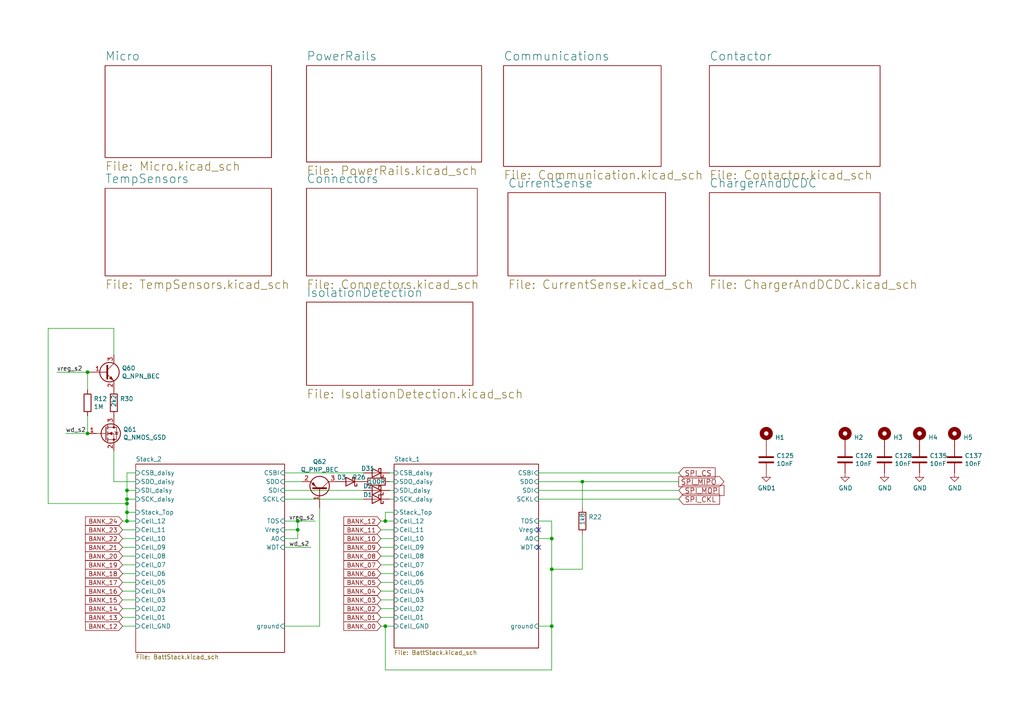
<source format=kicad_sch>
(kicad_sch (version 20211123) (generator eeschema)
  (paper "A4")
  (lib_symbols
    (symbol "Device:C" (pin_numbers hide) (pin_names (offset 0.254))
      (property "Reference" "C" (at 0.635 2.54 0))
      (property "Value" "C" (at 0.635 -2.54 0))
      (symbol "C_0_1"
        (polyline (pts (xy -2.032 -0.762) (xy 2.032 -0.762)) (stroke (width 0.508)))
        (polyline (pts (xy -2.032 0.762) (xy 2.032 0.762)) (stroke (width 0.508)))
      )
      (symbol "C_1_1"
        (pin passive line (at 0 3.81 270) (length 2.794) (name "~") (number "1"))
        (pin passive line (at 0 -3.81 90) (length 2.794) (name "~") (number "2"))
      )
    )
    (symbol "Device:D_Schottky" (pin_numbers hide) (pin_names (offset 1.016) hide)
      (property "Reference" "D" (at 0 2.54 0))
      (property "Value" "D_Schottky" (at 0 -2.54 0))
      (symbol "D_Schottky_0_1"
        (polyline (pts (xy 1.27 0) (xy -1.27 0)))
        (polyline (pts (xy 1.27 1.27) (xy 1.27 -1.27) (xy -1.27 0) (xy 1.27 1.27)) (stroke (width 0.254)))
        (polyline (pts (xy -1.905 0.635) (xy -1.905 1.27) (xy -1.27 1.27) (xy -1.27 -1.27) (xy -0.635 -1.27) (xy -0.635 -0.635)) (stroke (width 0.254)))
      )
      (symbol "D_Schottky_1_1"
        (pin passive line (at -3.81 0 0) (length 2.54) (name "K") (number "1"))
        (pin passive line (at 3.81 0 180) (length 2.54) (name "A") (number "2"))
      )
    )
    (symbol "Device:Q_NMOS_GSD" (pin_names (offset 0) hide)
      (property "Reference" "Q" (at 5.08 1.27 0))
      (property "Value" "Q_NMOS_GSD" (at 5.08 -1.27 0))
      (symbol "Q_NMOS_GSD_0_1"
        (polyline (pts (xy 0.254 0) (xy -2.54 0)))
        (polyline (pts (xy 0.254 1.905) (xy 0.254 -1.905)) (stroke (width 0.254)))
        (polyline (pts (xy 0.762 -1.27) (xy 0.762 -2.286)) (stroke (width 0.254)))
        (polyline (pts (xy 0.762 0.508) (xy 0.762 -0.508)) (stroke (width 0.254)))
        (polyline (pts (xy 0.762 2.286) (xy 0.762 1.27)) (stroke (width 0.254)))
        (polyline (pts (xy 2.54 2.54) (xy 2.54 1.778)))
        (polyline (pts (xy 2.54 -2.54) (xy 2.54 0) (xy 0.762 0)))
        (polyline (pts (xy 0.762 -1.778) (xy 3.302 -1.778) (xy 3.302 1.778) (xy 0.762 1.778)))
        (polyline (pts (xy 1.016 0) (xy 2.032 0.381) (xy 2.032 -0.381) (xy 1.016 0)) (fill (type outline)))
        (polyline (pts (xy 2.794 0.508) (xy 2.921 0.381) (xy 3.683 0.381) (xy 3.81 0.254)))
        (polyline (pts (xy 3.302 0.381) (xy 2.921 -0.254) (xy 3.683 -0.254) (xy 3.302 0.381)))
        (circle (center 1.651 0) (radius 2.794) (stroke (width 0.254)))
        (circle (center 2.54 -1.778) (radius 0.254) (fill (type outline)))
        (circle (center 2.54 1.778) (radius 0.254) (fill (type outline)))
      )
      (symbol "Q_NMOS_GSD_1_1"
        (pin input line (at -5.08 0 0) (length 2.54) (name "G") (number "1"))
        (pin passive line (at 2.54 -5.08 90) (length 2.54) (name "S") (number "2"))
        (pin passive line (at 2.54 5.08 270) (length 2.54) (name "D") (number "3"))
      )
    )
    (symbol "Device:Q_NPN_BEC" (pin_names (offset 0) hide)
      (property "Reference" "Q" (at 5.08 1.27 0))
      (property "Value" "Q_NPN_BEC" (at 5.08 -1.27 0))
      (symbol "Q_NPN_BEC_0_1"
        (polyline (pts (xy 0.635 0.635) (xy 2.54 2.54)))
        (polyline (pts (xy 0.635 -0.635) (xy 2.54 -2.54) (xy 2.54 -2.54)))
        (polyline (pts (xy 0.635 1.905) (xy 0.635 -1.905) (xy 0.635 -1.905)) (stroke (width 0.508)))
        (polyline (pts (xy 1.27 -1.778) (xy 1.778 -1.27) (xy 2.286 -2.286) (xy 1.27 -1.778) (xy 1.27 -1.778)) (fill (type outline)))
        (circle (center 1.27 0) (radius 2.8194) (stroke (width 0.254)))
      )
      (symbol "Q_NPN_BEC_1_1"
        (pin input line (at -5.08 0 0) (length 5.715) (name "B") (number "1"))
        (pin passive line (at 2.54 -5.08 90) (length 2.54) (name "E") (number "2"))
        (pin passive line (at 2.54 5.08 270) (length 2.54) (name "C") (number "3"))
      )
    )
    (symbol "Device:Q_PNP_BEC" (pin_names (offset 0) hide)
      (property "Reference" "Q" (at 5.08 1.27 0))
      (property "Value" "Q_PNP_BEC" (at 5.08 -1.27 0))
      (symbol "Q_PNP_BEC_0_1"
        (polyline (pts (xy 0.635 0.635) (xy 2.54 2.54)))
        (polyline (pts (xy 0.635 -0.635) (xy 2.54 -2.54) (xy 2.54 -2.54)))
        (polyline (pts (xy 0.635 1.905) (xy 0.635 -1.905) (xy 0.635 -1.905)) (stroke (width 0.508)))
        (polyline (pts (xy 2.286 -1.778) (xy 1.778 -2.286) (xy 1.27 -1.27) (xy 2.286 -1.778) (xy 2.286 -1.778)) (fill (type outline)))
        (circle (center 1.27 0) (radius 2.8194) (stroke (width 0.254)))
      )
      (symbol "Q_PNP_BEC_1_1"
        (pin input line (at -5.08 0 0) (length 5.715) (name "B") (number "1"))
        (pin passive line (at 2.54 -5.08 90) (length 2.54) (name "E") (number "2"))
        (pin passive line (at 2.54 5.08 270) (length 2.54) (name "C") (number "3"))
      )
    )
    (symbol "Device:R" (pin_numbers hide) (pin_names (offset 0))
      (property "Reference" "R" (at 2.032 0 90))
      (property "Value" "R" (at 0 0 90))
      (symbol "R_0_1"
        (rectangle (start -1.016 -2.54) (end 1.016 2.54) (stroke (width 0.254)))
      )
      (symbol "R_1_1"
        (pin passive line (at 0 3.81 270) (length 1.27) (name "~") (number "1"))
        (pin passive line (at 0 -3.81 90) (length 1.27) (name "~") (number "2"))
      )
    )
    (symbol "Mechanical:MountingHole_Pad" (pin_numbers hide) (pin_names (offset 1.016) hide)
      (property "Reference" "H" (at 0 6.35 0))
      (property "Value" "MountingHole_Pad" (at 0 4.445 0))
      (symbol "MountingHole_Pad_0_1"
        (circle (center 0 1.27) (radius 1.27) (stroke (width 1.27)))
      )
      (symbol "MountingHole_Pad_1_1"
        (pin input line (at 0 -2.54 90) (length 2.54) (name "1") (number "1"))
      )
    )
    (symbol "power:GND" (power) (pin_names (offset 0))
      (property "Value" "GND" (at 0 -3.81 0))
      (symbol "GND_0_1"
        (polyline (pts (xy 0 0) (xy 0 -1.27) (xy 1.27 -1.27) (xy 0 -2.54) (xy -1.27 -1.27) (xy 0 -1.27)))
      )
      (symbol "GND_1_1"
        (pin power_in line (at 0 0 270) (length 0) hide (name "GND") (number "1"))
      )
    )
    (symbol "power:GND1" (power) (pin_names (offset 0))
      (property "Value" "GND1" (at 0 -3.81 0))
      (symbol "GND1_0_1"
        (polyline (pts (xy 0 0) (xy 0 -1.27) (xy 1.27 -1.27) (xy 0 -2.54) (xy -1.27 -1.27) (xy 0 -1.27)))
      )
      (symbol "GND1_1_1"
        (pin power_in line (at 0 0 270) (length 0) hide (name "GND1") (number "1"))
      )
    )
  )
  (junction (at 160.02 165.1))
  (junction (at 36.83 144.78))
  (junction (at 36.83 148.59))
  (junction (at 36.83 142.24))
  (junction (at 111.76 151.13))
  (junction (at 25.4 125.73))
  (junction (at 36.83 146.05))
  (junction (at 86.36 153.67))
  (junction (at 168.91 139.7))
  (junction (at 25.4 107.95))
  (junction (at 86.36 151.13))
  (junction (at 111.76 181.61))
  (junction (at 160.02 156.21))
  (junction (at 36.83 151.13))
  (junction (at 160.02 181.61))
  (no_connect (at 156.21 153.67))
  (no_connect (at 156.21 158.75))
  (wire (pts (xy 82.55 156.21) (xy 86.36 156.21)))
  (wire (pts (xy 39.37 142.24) (xy 36.83 142.24)))
  (wire (pts (xy 35.56 156.21) (xy 39.37 156.21)))
  (wire (pts (xy 160.02 181.61) (xy 156.21 181.61)))
  (wire (pts (xy 25.4 107.95) (xy 16.51 107.95)))
  (wire (pts (xy 35.56 158.75) (xy 39.37 158.75)))
  (wire (pts (xy 35.56 153.67) (xy 39.37 153.67)))
  (wire (pts (xy 35.56 176.53) (xy 39.37 176.53)))
  (wire (pts (xy 156.21 137.16) (xy 196.85 137.16)))
  (wire (pts (xy 110.49 156.21) (xy 114.3 156.21)))
  (wire (pts (xy 82.55 144.78) (xy 105.41 144.78)))
  (wire (pts (xy 111.76 181.61) (xy 110.49 181.61)))
  (wire (pts (xy 168.91 154.94) (xy 168.91 165.1)))
  (wire (pts (xy 25.4 120.65) (xy 25.4 125.73)))
  (wire (pts (xy 36.83 137.16) (xy 39.37 137.16)))
  (wire (pts (xy 110.49 153.67) (xy 114.3 153.67)))
  (wire (pts (xy 36.83 148.59) (xy 36.83 151.13)))
  (wire (pts (xy 35.56 151.13) (xy 36.83 151.13)))
  (wire (pts (xy 113.03 144.78) (xy 114.3 144.78)))
  (wire (pts (xy 160.02 165.1) (xy 160.02 181.61)))
  (wire (pts (xy 36.83 151.13) (xy 39.37 151.13)))
  (wire (pts (xy 82.55 137.16) (xy 105.41 137.16)))
  (wire (pts (xy 110.49 171.45) (xy 114.3 171.45)))
  (wire (pts (xy 82.55 139.7) (xy 87.63 139.7)))
  (wire (pts (xy 35.56 163.83) (xy 39.37 163.83)))
  (wire (pts (xy 35.56 173.99) (xy 39.37 173.99)))
  (wire (pts (xy 156.21 142.24) (xy 196.85 142.24)))
  (wire (pts (xy 110.49 176.53) (xy 114.3 176.53)))
  (wire (pts (xy 35.56 171.45) (xy 39.37 171.45)))
  (wire (pts (xy 25.4 113.03) (xy 25.4 107.95)))
  (wire (pts (xy 36.83 146.05) (xy 36.83 148.59)))
  (wire (pts (xy 111.76 194.31) (xy 111.76 181.61)))
  (wire (pts (xy 156.21 144.78) (xy 196.85 144.78)))
  (wire (pts (xy 113.03 137.16) (xy 114.3 137.16)))
  (wire (pts (xy 110.49 179.07) (xy 114.3 179.07)))
  (wire (pts (xy 82.55 142.24) (xy 105.41 142.24)))
  (wire (pts (xy 160.02 156.21) (xy 160.02 151.13)))
  (wire (pts (xy 36.83 144.78) (xy 36.83 146.05)))
  (wire (pts (xy 39.37 148.59) (xy 36.83 148.59)))
  (wire (pts (xy 160.02 181.61) (xy 160.02 194.31)))
  (wire (pts (xy 33.02 95.25) (xy 33.02 102.87)))
  (wire (pts (xy 114.3 139.7) (xy 113.03 139.7)))
  (wire (pts (xy 156.21 156.21) (xy 160.02 156.21)))
  (wire (pts (xy 25.4 125.73) (xy 19.05 125.73)))
  (wire (pts (xy 86.36 153.67) (xy 86.36 151.13)))
  (wire (pts (xy 36.83 144.78) (xy 36.83 142.24)))
  (wire (pts (xy 111.76 151.13) (xy 114.3 151.13)))
  (wire (pts (xy 13.97 95.25) (xy 33.02 95.25)))
  (wire (pts (xy 114.3 148.59) (xy 111.76 148.59)))
  (wire (pts (xy 111.76 148.59) (xy 111.76 151.13)))
  (wire (pts (xy 82.55 158.75) (xy 90.17 158.75)))
  (wire (pts (xy 33.02 139.7) (xy 39.37 139.7)))
  (wire (pts (xy 168.91 139.7) (xy 196.85 139.7)))
  (wire (pts (xy 35.56 161.29) (xy 39.37 161.29)))
  (wire (pts (xy 110.49 166.37) (xy 114.3 166.37)))
  (wire (pts (xy 113.03 142.24) (xy 114.3 142.24)))
  (wire (pts (xy 13.97 146.05) (xy 13.97 95.25)))
  (wire (pts (xy 168.91 147.32) (xy 168.91 139.7)))
  (wire (pts (xy 160.02 165.1) (xy 168.91 165.1)))
  (wire (pts (xy 110.49 173.99) (xy 114.3 173.99)))
  (wire (pts (xy 36.83 142.24) (xy 36.83 137.16)))
  (wire (pts (xy 82.55 181.61) (xy 92.71 181.61)))
  (wire (pts (xy 160.02 151.13) (xy 156.21 151.13)))
  (wire (pts (xy 86.36 156.21) (xy 86.36 153.67)))
  (wire (pts (xy 82.55 153.67) (xy 86.36 153.67)))
  (wire (pts (xy 110.49 161.29) (xy 114.3 161.29)))
  (wire (pts (xy 35.56 168.91) (xy 39.37 168.91)))
  (wire (pts (xy 110.49 158.75) (xy 114.3 158.75)))
  (wire (pts (xy 156.21 139.7) (xy 168.91 139.7)))
  (wire (pts (xy 110.49 168.91) (xy 114.3 168.91)))
  (wire (pts (xy 35.56 181.61) (xy 39.37 181.61)))
  (wire (pts (xy 86.36 151.13) (xy 91.44 151.13)))
  (wire (pts (xy 86.36 151.13) (xy 82.55 151.13)))
  (wire (pts (xy 160.02 156.21) (xy 160.02 165.1)))
  (wire (pts (xy 110.49 151.13) (xy 111.76 151.13)))
  (wire (pts (xy 39.37 144.78) (xy 36.83 144.78)))
  (wire (pts (xy 110.49 163.83) (xy 114.3 163.83)))
  (wire (pts (xy 92.71 181.61) (xy 92.71 147.32)))
  (wire (pts (xy 114.3 181.61) (xy 111.76 181.61)))
  (wire (pts (xy 160.02 194.31) (xy 111.76 194.31)))
  (wire (pts (xy 35.56 179.07) (xy 39.37 179.07)))
  (wire (pts (xy 35.56 166.37) (xy 39.37 166.37)))
  (wire (pts (xy 36.83 146.05) (xy 13.97 146.05)))
  (wire (pts (xy 33.02 139.7) (xy 33.02 130.81)))
  (label "vreg_s2" (at 16.51 107.95 0))
  (label "wd_s2" (at 83.82 158.75 0))
  (label "wd_s2" (at 19.05 125.73 0))
  (label "vreg_s2" (at 83.82 151.13 0))
  (global_label "BANK_20" (shape input) (at 35.56 161.29 180) (property "Intersheet References" "${INTERSHEET_REFS}" (effects hide)))
  (global_label "BANK_06" (shape input) (at 110.49 166.37 180) (property "Intersheet References" "${INTERSHEET_REFS}" (effects hide)))
  (global_label "BANK_04" (shape input) (at 110.49 171.45 180) (property "Intersheet References" "${INTERSHEET_REFS}" (effects hide)))
  (global_label "BANK_24" (shape input) (at 35.56 151.13 180) (property "Intersheet References" "${INTERSHEET_REFS}" (effects hide)))
  (global_label "BANK_05" (shape input) (at 110.49 168.91 180) (property "Intersheet References" "${INTERSHEET_REFS}" (effects hide)))
  (global_label "BANK_12" (shape input) (at 110.49 151.13 180) (property "Intersheet References" "${INTERSHEET_REFS}" (effects hide)))
  (global_label "SPI_MOPI" (shape input) (at 196.85 142.24 0) (effects (font (size 1.4986 1.4986))) (property "Intersheet References" "${INTERSHEET_REFS}" (effects hide)))
  (global_label "BANK_00" (shape input) (at 110.49 181.61 180) (property "Intersheet References" "${INTERSHEET_REFS}" (effects hide)))
  (global_label "SPI_CKL" (shape input) (at 196.85 144.78 0) (effects (font (size 1.4986 1.4986))) (property "Intersheet References" "${INTERSHEET_REFS}" (effects hide)))
  (global_label "SPI_CS" (shape input) (at 196.85 137.16 0) (effects (font (size 1.4986 1.4986))) (property "Intersheet References" "${INTERSHEET_REFS}" (effects hide)))
  (global_label "BANK_23" (shape input) (at 35.56 153.67 180) (property "Intersheet References" "${INTERSHEET_REFS}" (effects hide)))
  (global_label "BANK_15" (shape input) (at 35.56 173.99 180) (property "Intersheet References" "${INTERSHEET_REFS}" (effects hide)))
  (global_label "BANK_19" (shape input) (at 35.56 163.83 180) (property "Intersheet References" "${INTERSHEET_REFS}" (effects hide)))
  (global_label "BANK_03" (shape input) (at 110.49 173.99 180) (property "Intersheet References" "${INTERSHEET_REFS}" (effects hide)))
  (global_label "BANK_13" (shape input) (at 35.56 179.07 180) (property "Intersheet References" "${INTERSHEET_REFS}" (effects hide)))
  (global_label "BANK_22" (shape input) (at 35.56 156.21 180) (property "Intersheet References" "${INTERSHEET_REFS}" (effects hide)))
  (global_label "BANK_16" (shape input) (at 35.56 171.45 180) (property "Intersheet References" "${INTERSHEET_REFS}" (effects hide)))
  (global_label "BANK_14" (shape input) (at 35.56 176.53 180) (property "Intersheet References" "${INTERSHEET_REFS}" (effects hide)))
  (global_label "BANK_01" (shape input) (at 110.49 179.07 180) (property "Intersheet References" "${INTERSHEET_REFS}" (effects hide)))
  (global_label "BANK_08" (shape input) (at 110.49 161.29 180) (property "Intersheet References" "${INTERSHEET_REFS}" (effects hide)))
  (global_label "BANK_09" (shape input) (at 110.49 158.75 180) (property "Intersheet References" "${INTERSHEET_REFS}" (effects hide)))
  (global_label "BANK_02" (shape input) (at 110.49 176.53 180) (property "Intersheet References" "${INTERSHEET_REFS}" (effects hide)))
  (global_label "BANK_12" (shape input) (at 35.56 181.61 180) (property "Intersheet References" "${INTERSHEET_REFS}" (effects hide)))
  (global_label "BANK_18" (shape input) (at 35.56 166.37 180) (property "Intersheet References" "${INTERSHEET_REFS}" (effects hide)))
  (global_label "SPI_MIPO" (shape output) (at 196.85 139.7 0) (effects (font (size 1.4986 1.4986))) (property "Intersheet References" "${INTERSHEET_REFS}" (effects hide)))
  (global_label "BANK_10" (shape input) (at 110.49 156.21 180) (property "Intersheet References" "${INTERSHEET_REFS}" (effects hide)))
  (global_label "BANK_21" (shape input) (at 35.56 158.75 180) (property "Intersheet References" "${INTERSHEET_REFS}" (effects hide)))
  (global_label "BANK_17" (shape input) (at 35.56 168.91 180) (property "Intersheet References" "${INTERSHEET_REFS}" (effects hide)))
  (global_label "BANK_07" (shape input) (at 110.49 163.83 180) (property "Intersheet References" "${INTERSHEET_REFS}" (effects hide)))
  (global_label "BANK_11" (shape input) (at 110.49 153.67 180) (property "Intersheet References" "${INTERSHEET_REFS}" (effects hide)))
  (symbol (lib_id "Device:D_Schottky") (at 101.6 139.7 180) (unit 1)
    (property "Reference" "D3" (at 99.06 138.43 0))
    (property "Value" "D_Schottky" (effects hide))
    (property "Footprint" "Diode_SMD:D_SOD-123F" (effects hide))
    (property "Datasheet" "https://www.onsemi.com/pub/Collateral/RS1AFA-D.PDF" (effects hide))
    (property "MPN" "RS1GFA" (effects hide))
    (property "Part Number" "RS1GFA" (effects hide))
    (property "Digikey_PN" "S215FACT-ND" (effects hide))
  )
  (symbol (lib_id "Device:D_Schottky") (at 109.22 142.24 180) (unit 1)
    (property "Reference" "D2" (at 106.68 140.97 0))
    (property "Value" "D_Schottky" (effects hide))
    (property "Footprint" "Diode_SMD:D_SOD-123F" (effects hide))
    (property "Datasheet" "https://www.onsemi.com/pub/Collateral/RS1AFA-D.PDF" (effects hide))
    (property "MPN" "RS1GFA" (effects hide))
    (property "Part Number" "RS1GFA" (effects hide))
    (property "Digikey_PN" "S215FACT-ND" (effects hide))
  )
  (symbol (lib_id "Device:D_Schottky") (at 109.22 144.78 180) (unit 1)
    (property "Reference" "D1" (at 106.68 143.51 0))
    (property "Value" "D_Schottky" (effects hide))
    (property "Footprint" "Diode_SMD:D_SOD-123F" (effects hide))
    (property "Datasheet" "https://www.onsemi.com/pub/Collateral/RS1AFA-D.PDF" (effects hide))
    (property "MPN" "RS1GFA" (effects hide))
    (property "Part Number" "RS1GFA" (effects hide))
    (property "Digikey_PN" "S215FACT-ND" (effects hide))
  )
  (symbol (lib_id "Mechanical:MountingHole_Pad") (at 256.54 127 0) (unit 1)
    (property "Reference" "H3" (at 259.08 126.873 0) (effects (justify left)))
    (property "Value" "MountingHole_Pad" (effects hide))
    (property "Footprint" "Footprints:MountingHole_3.2mm_M3_Pad_Via" (effects hide))
  )
  (symbol (lib_id "Mechanical:MountingHole_Pad") (at 266.7 127 0) (unit 1)
    (property "Reference" "H4" (at 269.24 126.873 0) (effects (justify left)))
    (property "Value" "MountingHole_Pad" (effects hide))
    (property "Footprint" "Footprints:MountingHole_3.2mm_M3_Pad_Via" (effects hide))
  )
  (symbol (lib_id "Mechanical:MountingHole_Pad") (at 276.86 127 0) (unit 1)
    (property "Reference" "H5" (at 279.4 126.873 0) (effects (justify left)))
    (property "Value" "MountingHole_Pad" (effects hide))
    (property "Footprint" "Footprints:MountingHole_3.2mm_M3_Pad_Via" (effects hide))
  )
  (symbol (lib_id "Mechanical:MountingHole_Pad") (at 245.11 127 0) (unit 1)
    (property "Reference" "H2" (at 247.65 126.873 0) (effects (justify left)))
    (property "Value" "MountingHole_Pad" (effects hide))
    (property "Footprint" "Footprints:MountingHole_3.2mm_M3_Pad_Via" (effects hide))
  )
  (symbol (lib_id "Mechanical:MountingHole_Pad") (at 222.25 127 0) (unit 1)
    (property "Reference" "H1" (at 224.79 126.873 0) (effects (justify left)))
    (property "Value" "MountingHole_Pad" (effects hide))
    (property "Footprint" "Footprints:MountingHole_3.2mm_M3_Pad_Via" (effects hide))
  )
  (symbol (lib_id "Device:C") (at 245.11 133.35 0) (unit 1)
    (property "Reference" "C126" (at 248.031 132.1816 0) (effects (justify left)))
    (property "Value" "10nF" (at 248.031 134.493 0) (effects (justify left)))
    (property "Footprint" "Capacitor_SMD:C_0603_1608Metric" (effects hide))
    (property "MPN" "GCM188R72A103KA37D" (effects hide))
    (property "Part Number" "GCM188R72A103KA37D" (effects hide))
    (property "Digikey_PN" "490-4781-1-ND" (effects hide))
  )
  (symbol (lib_id "power:GND") (at 245.11 137.16 0) (unit 1)
    (property "Reference" "#PWR071" (effects hide))
    (property "Value" "GND" (at 245.237 141.5542 0))
  )
  (symbol (lib_id "Device:C") (at 256.54 133.35 0) (unit 1)
    (property "Reference" "C128" (at 259.461 132.1816 0) (effects (justify left)))
    (property "Value" "10nF" (at 259.461 134.493 0) (effects (justify left)))
    (property "Footprint" "Capacitor_SMD:C_0603_1608Metric" (effects hide))
    (property "MPN" "GCM188R72A103KA37D" (effects hide))
    (property "Part Number" "GCM188R72A103KA37D" (effects hide))
    (property "Digikey_PN" "490-4781-1-ND" (effects hide))
  )
  (symbol (lib_id "power:GND") (at 256.54 137.16 0) (unit 1)
    (property "Reference" "#PWR072" (effects hide))
    (property "Value" "GND" (at 256.667 141.5542 0))
  )
  (symbol (lib_id "Device:C") (at 266.7 133.35 0) (unit 1)
    (property "Reference" "C135" (at 269.621 132.1816 0) (effects (justify left)))
    (property "Value" "10nF" (at 269.621 134.493 0) (effects (justify left)))
    (property "Footprint" "Capacitor_SMD:C_0603_1608Metric" (effects hide))
    (property "MPN" "GCM188R72A103KA37D" (effects hide))
    (property "Part Number" "GCM188R72A103KA37D" (effects hide))
    (property "Digikey_PN" "490-4781-1-ND" (effects hide))
  )
  (symbol (lib_id "power:GND") (at 266.7 137.16 0) (unit 1)
    (property "Reference" "#PWR073" (effects hide))
    (property "Value" "GND" (at 266.827 141.5542 0))
  )
  (symbol (lib_id "Device:C") (at 276.86 133.35 0) (unit 1)
    (property "Reference" "C137" (at 279.781 132.1816 0) (effects (justify left)))
    (property "Value" "10nF" (at 279.781 134.493 0) (effects (justify left)))
    (property "Footprint" "Capacitor_SMD:C_0603_1608Metric" (effects hide))
    (property "MPN" "GCM188R72A103KA37D" (effects hide))
    (property "Part Number" "GCM188R72A103KA37D" (effects hide))
    (property "Digikey_PN" "490-4781-1-ND" (effects hide))
  )
  (symbol (lib_id "power:GND") (at 276.86 137.16 0) (unit 1)
    (property "Reference" "#PWR074" (effects hide))
    (property "Value" "GND" (at 276.987 141.5542 0))
  )
  (symbol (lib_id "Device:C") (at 222.25 133.35 0) (unit 1)
    (property "Reference" "C125" (at 225.171 132.1816 0) (effects (justify left)))
    (property "Value" "10nF" (at 225.171 134.493 0) (effects (justify left)))
    (property "Footprint" "Capacitor_SMD:C_0603_1608Metric" (effects hide))
    (property "MPN" "GCM188R72A103KA37D" (effects hide))
    (property "Part Number" "GCM188R72A103KA37D" (effects hide))
    (property "Digikey_PN" "490-4781-1-ND" (effects hide))
  )
  (symbol (lib_id "power:GND1") (at 222.25 137.16 0) (unit 1)
    (property "Reference" "#PWR055" (effects hide))
    (property "Value" "GND1" (at 222.377 141.5542 0))
  )
  (symbol (lib_id "Device:Q_PNP_BEC") (at 92.71 142.24 270) (mirror x) (unit 1)
    (property "Reference" "Q62" (at 92.71 133.9088 90))
    (property "Value" "Q_PNP_BEC" (at 92.71 136.2202 90))
    (property "Footprint" "Package_TO_SOT_SMD:SOT-23" (effects hide))
    (property "Datasheet" "https://my.centralsemi.com/datasheets/CMPT5401.PDF" (effects hide))
    (property "Part Number" "CMPT5401 TR PBFREE" (effects hide))
    (property "Digikey_PN" "1514-CMPT5401TRPBFREECT-ND" (effects hide))
  )
  (symbol (lib_id "Device:R") (at 109.22 139.7 270) (unit 1)
    (property "Reference" "R26" (at 104.14 138.43 90))
    (property "Value" "100R" (at 109.22 139.7 90))
    (property "Footprint" "Resistor_SMD:R_0603_1608Metric" (effects hide))
    (property "MPN" "AC0603FR-07100RL" (effects hide))
    (property "Part Number" "AC0603FR-07100RL" (effects hide))
    (property "Digikey_PN" "YAG3561CT-ND" (effects hide))
  )
  (symbol (lib_id "Device:D_Schottky") (at 109.22 137.16 180) (unit 1)
    (property "Reference" "D31" (at 106.68 135.89 0))
    (property "Value" "D_Schottky" (effects hide))
    (property "Footprint" "Diode_SMD:D_SOD-123F" (effects hide))
    (property "Datasheet" "https://www.onsemi.com/pub/Collateral/RS1AFA-D.PDF" (effects hide))
    (property "MPN" "RS1GFA" (effects hide))
    (property "Part Number" "RS1GFA" (effects hide))
    (property "Digikey_PN" "S215FACT-ND" (effects hide))
  )
  (symbol (lib_id "Device:R") (at 33.02 116.84 0) (unit 1)
    (property "Reference" "R30" (at 34.798 115.6716 0) (effects (justify left)))
    (property "Value" "2k2" (at 33.02 118.11 90) (effects (justify left)))
    (property "Footprint" "Resistor_SMD:R_0603_1608Metric" (effects hide))
    (property "Digikey_PN" "RMCF0603FT2K20CT-ND" (effects hide))
    (property "MPN" "RMCF0603FT2K20" (effects hide))
    (property "Part Number" "RMCF0603FT2K20" (effects hide))
  )
  (symbol (lib_id "Device:Q_NMOS_GSD") (at 30.48 125.73 0) (unit 1)
    (property "Reference" "Q61" (at 35.687 124.5616 0) (effects (justify left)))
    (property "Value" "Q_NMOS_GSD" (at 35.687 126.873 0) (effects (justify left)))
    (property "Footprint" "Package_TO_SOT_SMD:SOT-23" (effects hide))
    (property "Datasheet" "https://ww1.microchip.com/downloads/en/DeviceDoc/TN5335-N-Channel-Enhancement-Mode-Vertical-DMOS-FET-Data-Sheet-20005955A.pdf" (effects hide))
    (property "Part Number" "TN5335K1-G" (effects hide))
    (property "MPN" "TN5335K1-G" (effects hide))
    (property "Digikey_PN" "TN5335K1-GCT-ND" (effects hide))
  )
  (symbol (lib_id "Device:Q_NPN_BEC") (at 30.48 107.95 0) (unit 1)
    (property "Reference" "Q60" (at 35.3314 106.7816 0) (effects (justify left)))
    (property "Value" "Q_NPN_BEC" (at 35.3314 109.093 0) (effects (justify left)))
    (property "Footprint" "Package_TO_SOT_SMD:SOT-23" (effects hide))
    (property "Datasheet" "https://www.diodes.com/assets/Datasheets/ds30062.pdf" (effects hide))
    (property "Part Number" "MMBTA42-7-F" (effects hide))
    (property "MPN" "MMBTA42-7-F" (effects hide))
    (property "Digikey_PN" "FMMTA42CT-ND" (effects hide))
  )
  (symbol (lib_id "Device:R") (at 168.91 151.13 0) (unit 1)
    (property "Reference" "R22" (at 170.688 149.9616 0) (effects (justify left)))
    (property "Value" "1k8" (at 168.91 152.4 90) (effects (justify left)))
    (property "Footprint" "Resistor_SMD:R_0603_1608Metric" (effects hide))
    (property "Digikey_PN" "RMCF0603JG1K80CT-ND" (effects hide))
    (property "MPN" "RMCF0603JG1K80" (effects hide))
    (property "Part Number" "RMCF0603JG1K80" (effects hide))
  )
  (symbol (lib_id "Device:R") (at 25.4 116.84 0) (unit 1)
    (property "Reference" "R12" (at 27.178 115.6716 0) (effects (justify left)))
    (property "Value" "1M" (at 27.178 117.983 0) (effects (justify left)))
    (property "Footprint" "Resistor_SMD:R_0603_1608Metric" (effects hide))
    (property "Datasheet" "http://www.yageo.com/NewPortal/yageodocoutput?fileName=/pdf/R-Chip/PYu-AC_51_RoHS_L_6.pdf" (effects hide))
    (property "MPN" "AC0603FR-071ML" (effects hide))
    (property "Part Number" "AC0603FR-071ML" (effects hide))
    (property "Digikey_PN" "311-1MLDCT-ND" (effects hide))
  )
  (sheet (at 30.48 19.05) (size 48.26 26.67)
    (property "Sheet name" "Micro" (at 30.48 17.7288 0) (effects (font (size 2.4892 2.4892)) (justify left bottom)))
    (property "Sheet file" "Micro.kicad_sch" (at 30.48 46.7923 0) (effects (font (size 2.4892 2.4892)) (justify left top)))
  )
  (sheet (at 88.9 19.05) (size 50.8 27.94)
    (property "Sheet name" "PowerRails" (at 88.9 17.7288 0) (effects (font (size 2.4892 2.4892)) (justify left bottom)))
    (property "Sheet file" "PowerRails.kicad_sch" (at 88.9 48.0623 0) (effects (font (size 2.4892 2.4892)) (justify left top)))
  )
  (sheet (at 114.3 134.62) (size 41.91 53.34)
    (property "Sheet name" "Stack_1" (at 114.3 133.9084 0) (effects (justify left bottom)))
    (property "Sheet file" "BattStack.kicad_sch" (at 114.3 188.5446 0) (effects (justify left top)))
    (pin "TOS" input (at 156.21 151.13 0))
    (pin "Vreg" input (at 156.21 153.67 0))
    (pin "SCKL" input (at 156.21 144.78 0))
    (pin "SDI" input (at 156.21 142.24 0))
    (pin "SDO" input (at 156.21 139.7 0))
    (pin "CSBI" input (at 156.21 137.16 0))
    (pin "Cell_12" input (at 114.3 151.13 180))
    (pin "Cell_11" input (at 114.3 153.67 180))
    (pin "Cell_10" input (at 114.3 156.21 180))
    (pin "Cell_09" input (at 114.3 158.75 180))
    (pin "Cell_08" input (at 114.3 161.29 180))
    (pin "Cell_07" input (at 114.3 163.83 180))
    (pin "Cell_06" input (at 114.3 166.37 180))
    (pin "Cell_05" input (at 114.3 168.91 180))
    (pin "Cell_04" input (at 114.3 171.45 180))
    (pin "Cell_03" input (at 114.3 173.99 180))
    (pin "Cell_01" input (at 114.3 179.07 180))
    (pin "Cell_GND" input (at 114.3 181.61 180))
    (pin "Cell_02" input (at 114.3 176.53 180))
    (pin "Stack_Top" input (at 114.3 148.59 180))
    (pin "ground" input (at 156.21 181.61 0))
    (pin "CSB_daisy" input (at 114.3 137.16 180))
    (pin "SDI_daisy" input (at 114.3 142.24 180))
    (pin "SCK_daisy" input (at 114.3 144.78 180))
    (pin "A0" input (at 156.21 156.21 0))
    (pin "SDO_daisy" input (at 114.3 139.7 180))
    (pin "WDT" input (at 156.21 158.75 0))
  )
  (sheet (at 39.37 134.62) (size 43.18 54.61)
    (property "Sheet name" "Stack_2" (at 39.37 133.9084 0) (effects (justify left bottom)))
    (property "Sheet file" "BattStack.kicad_sch" (at 39.37 189.8146 0) (effects (justify left top)))
    (pin "TOS" input (at 82.55 151.13 0))
    (pin "Vreg" input (at 82.55 153.67 0))
    (pin "SCKL" input (at 82.55 144.78 0))
    (pin "SDI" input (at 82.55 142.24 0))
    (pin "SDO" input (at 82.55 139.7 0))
    (pin "CSBI" input (at 82.55 137.16 0))
    (pin "Cell_12" input (at 39.37 151.13 180))
    (pin "Cell_11" input (at 39.37 153.67 180))
    (pin "Cell_10" input (at 39.37 156.21 180))
    (pin "Cell_09" input (at 39.37 158.75 180))
    (pin "Cell_08" input (at 39.37 161.29 180))
    (pin "Cell_07" input (at 39.37 163.83 180))
    (pin "Cell_06" input (at 39.37 166.37 180))
    (pin "Cell_05" input (at 39.37 168.91 180))
    (pin "Cell_04" input (at 39.37 171.45 180))
    (pin "Cell_03" input (at 39.37 173.99 180))
    (pin "Cell_01" input (at 39.37 179.07 180))
    (pin "Cell_GND" input (at 39.37 181.61 180))
    (pin "Cell_02" input (at 39.37 176.53 180))
    (pin "Stack_Top" input (at 39.37 148.59 180))
    (pin "ground" input (at 82.55 181.61 0))
    (pin "CSB_daisy" input (at 39.37 137.16 180))
    (pin "SDI_daisy" input (at 39.37 142.24 180))
    (pin "SCK_daisy" input (at 39.37 144.78 180))
    (pin "A0" input (at 82.55 156.21 0))
    (pin "SDO_daisy" input (at 39.37 139.7 180))
    (pin "WDT" input (at 82.55 158.75 0))
  )
  (sheet (at 146.05 19.05) (size 45.72 29.21)
    (property "Sheet name" "Communications" (at 146.05 17.7288 0) (effects (font (size 2.4892 2.4892)) (justify left bottom)))
    (property "Sheet file" "Communication.kicad_sch" (at 146.05 49.3323 0) (effects (font (size 2.4892 2.4892)) (justify left top)))
  )
  (sheet (at 30.48 54.61) (size 48.26 25.4)
    (property "Sheet name" "TempSensors" (at 30.48 53.2888 0) (effects (font (size 2.4892 2.4892)) (justify left bottom)))
    (property "Sheet file" "TempSensors.kicad_sch" (at 30.48 81.0823 0) (effects (font (size 2.4892 2.4892)) (justify left top)))
  )
  (sheet (at 88.9 54.61) (size 49.53 25.4)
    (property "Sheet name" "Connectors" (at 88.9 53.2888 0) (effects (font (size 2.4892 2.4892)) (justify left bottom)))
    (property "Sheet file" "Connectors.kicad_sch" (at 88.9 81.0823 0) (effects (font (size 2.4892 2.4892)) (justify left top)))
  )
  (sheet (at 147.32 55.88) (size 45.72 24.13)
    (property "Sheet name" "CurrentSense" (at 147.32 54.5588 0) (effects (font (size 2.4892 2.4892)) (justify left bottom)))
    (property "Sheet file" "CurrentSense.kicad_sch" (at 147.32 81.0823 0) (effects (font (size 2.4892 2.4892)) (justify left top)))
  )
  (sheet (at 205.74 19.05) (size 49.53 29.21)
    (property "Sheet name" "Contactor" (at 205.74 17.7288 0) (effects (font (size 2.4892 2.4892)) (justify left bottom)))
    (property "Sheet file" "Contactor.kicad_sch" (at 205.74 49.3323 0) (effects (font (size 2.4892 2.4892)) (justify left top)))
  )
  (sheet (at 205.74 55.88) (size 49.53 24.13)
    (property "Sheet name" "ChargerAndDCDC" (at 205.74 54.5588 0) (effects (font (size 2.4892 2.4892)) (justify left bottom)))
    (property "Sheet file" "ChargerAndDCDC.kicad_sch" (at 205.74 81.0823 0) (effects (font (size 2.4892 2.4892)) (justify left top)))
  )
  (sheet (at 88.9 87.63) (size 48.26 24.13)
    (property "Sheet name" "IsolationDetection" (at 88.9 86.3088 0) (effects (font (size 2.4892 2.4892)) (justify left bottom)))
    (property "Sheet file" "IsolationDetection.kicad_sch" (at 88.9 112.8323 0) (effects (font (size 2.4892 2.4892)) (justify left top)))
  )
)
</source>
